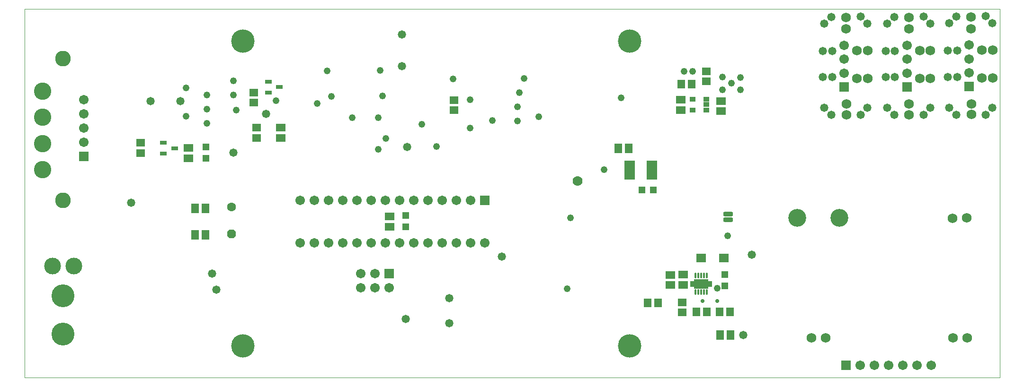
<source format=gbs>
%FSLAX25Y25*%
%MOIN*%
G70*
G01*
G75*
G04 Layer_Color=16711935*
G04:AMPARAMS|DCode=10|XSize=23.62mil|YSize=61.02mil|CornerRadius=5.91mil|HoleSize=0mil|Usage=FLASHONLY|Rotation=0.000|XOffset=0mil|YOffset=0mil|HoleType=Round|Shape=RoundedRectangle|*
%AMROUNDEDRECTD10*
21,1,0.02362,0.04921,0,0,0.0*
21,1,0.01181,0.06102,0,0,0.0*
1,1,0.01181,0.00591,-0.02461*
1,1,0.01181,-0.00591,-0.02461*
1,1,0.01181,-0.00591,0.02461*
1,1,0.01181,0.00591,0.02461*
%
%ADD10ROUNDEDRECTD10*%
%ADD11O,0.07480X0.02362*%
%ADD12O,0.01378X0.07087*%
G04:AMPARAMS|DCode=13|XSize=23.62mil|YSize=61.02mil|CornerRadius=5.91mil|HoleSize=0mil|Usage=FLASHONLY|Rotation=270.000|XOffset=0mil|YOffset=0mil|HoleType=Round|Shape=RoundedRectangle|*
%AMROUNDEDRECTD13*
21,1,0.02362,0.04921,0,0,270.0*
21,1,0.01181,0.06102,0,0,270.0*
1,1,0.01181,-0.02461,-0.00591*
1,1,0.01181,-0.02461,0.00591*
1,1,0.01181,0.02461,0.00591*
1,1,0.01181,0.02461,-0.00591*
%
%ADD13ROUNDEDRECTD13*%
%ADD14R,0.03937X0.05315*%
%ADD15R,0.04134X0.04331*%
%ADD16R,0.03150X0.01969*%
%ADD17R,0.01969X0.03150*%
%ADD18R,0.04724X0.05315*%
%ADD19R,0.05315X0.04724*%
%ADD20R,0.05709X0.04528*%
%ADD21R,0.04528X0.05709*%
%ADD22C,0.01969*%
%ADD23C,0.01500*%
%ADD24C,0.02000*%
%ADD25C,0.01300*%
%ADD26C,0.04000*%
%ADD27C,0.05000*%
%ADD28C,0.03000*%
%ADD29C,0.06500*%
%ADD30C,0.06000*%
%ADD31R,0.03500X0.07500*%
%ADD32R,0.04724X0.07087*%
%ADD33R,0.07500X0.03500*%
%ADD34R,0.05600X0.07700*%
%ADD35C,0.00100*%
%ADD36C,0.11417*%
%ADD37C,0.15354*%
%ADD38C,0.11024*%
%ADD39C,0.05906*%
%ADD40R,0.05906X0.05906*%
%ADD41C,0.06000*%
%ADD42R,0.05906X0.05906*%
%ADD43P,0.05966X8X112.5*%
%ADD44C,0.05512*%
%ADD45C,0.11811*%
%ADD46C,0.10236*%
%ADD47C,0.05000*%
%ADD48C,0.02284*%
%ADD49C,0.15700*%
%ADD50C,0.04000*%
%ADD51C,0.02000*%
%ADD52C,0.06200*%
%ADD53R,0.06693X0.12598*%
%ADD54R,0.09449X0.06496*%
%ADD55O,0.01102X0.03347*%
%ADD56R,0.03543X0.02559*%
%ADD57R,0.06102X0.05512*%
%ADD58R,0.04331X0.04134*%
%ADD59R,0.03937X0.02362*%
%ADD60C,0.04500*%
%ADD61C,0.01000*%
%ADD62C,0.02500*%
%ADD63C,0.07000*%
%ADD64C,0.03500*%
%ADD65C,0.05500*%
%ADD66R,0.07087X0.04724*%
%ADD67R,0.02756X0.01102*%
%ADD68C,0.01575*%
%ADD69C,0.02362*%
%ADD70C,0.03937*%
%ADD71C,0.00787*%
%ADD72C,0.00800*%
G04:AMPARAMS|DCode=73|XSize=31.62mil|YSize=69.02mil|CornerRadius=9.91mil|HoleSize=0mil|Usage=FLASHONLY|Rotation=0.000|XOffset=0mil|YOffset=0mil|HoleType=Round|Shape=RoundedRectangle|*
%AMROUNDEDRECTD73*
21,1,0.03162,0.04921,0,0,0.0*
21,1,0.01181,0.06902,0,0,0.0*
1,1,0.01981,0.00591,-0.02461*
1,1,0.01981,-0.00591,-0.02461*
1,1,0.01981,-0.00591,0.02461*
1,1,0.01981,0.00591,0.02461*
%
%ADD73ROUNDEDRECTD73*%
%ADD74O,0.08280X0.03162*%
%ADD75O,0.02178X0.07887*%
G04:AMPARAMS|DCode=76|XSize=31.62mil|YSize=69.02mil|CornerRadius=9.91mil|HoleSize=0mil|Usage=FLASHONLY|Rotation=270.000|XOffset=0mil|YOffset=0mil|HoleType=Round|Shape=RoundedRectangle|*
%AMROUNDEDRECTD76*
21,1,0.03162,0.04921,0,0,270.0*
21,1,0.01181,0.06902,0,0,270.0*
1,1,0.01981,-0.02461,-0.00591*
1,1,0.01981,-0.02461,0.00591*
1,1,0.01981,0.02461,0.00591*
1,1,0.01981,0.02461,-0.00591*
%
%ADD76ROUNDEDRECTD76*%
%ADD77R,0.04737X0.06115*%
%ADD78R,0.04934X0.05131*%
%ADD79R,0.03950X0.02769*%
%ADD80R,0.02769X0.03950*%
%ADD81R,0.05524X0.06115*%
%ADD82R,0.06115X0.05524*%
%ADD83R,0.06509X0.05328*%
%ADD84R,0.05328X0.06509*%
%ADD85C,0.12217*%
%ADD86C,0.16154*%
%ADD87C,0.11824*%
%ADD88C,0.06706*%
%ADD89R,0.06706X0.06706*%
%ADD90C,0.06800*%
%ADD91R,0.06706X0.06706*%
%ADD92P,0.06832X8X112.5*%
%ADD93C,0.06312*%
%ADD94C,0.12611*%
%ADD95C,0.11036*%
%ADD96C,0.05800*%
%ADD97C,0.03084*%
%ADD98C,0.16500*%
%ADD99C,0.04800*%
%ADD100C,0.02800*%
%ADD101C,0.07000*%
%ADD102R,0.07493X0.13398*%
%ADD103R,0.10000X0.07047*%
%ADD104O,0.01654X0.03898*%
%ADD105R,0.04343X0.03359*%
%ADD106R,0.06902X0.06312*%
%ADD107R,0.05131X0.04934*%
%ADD108R,0.04737X0.03162*%
%ADD109R,0.03556X0.01902*%
D35*
X260400Y-22500D02*
Y237500D01*
X-426250Y-22500D02*
X260400D01*
X-426250D02*
Y237500D01*
X260400D01*
D76*
X69100Y88800D02*
D03*
Y93000D02*
D03*
D78*
X-298500Y132376D02*
D03*
Y140250D02*
D03*
X-157851Y84031D02*
D03*
Y91905D02*
D03*
X66758Y42363D02*
D03*
Y50237D02*
D03*
D81*
X43468Y184632D02*
D03*
X36185D02*
D03*
X70600Y23800D02*
D03*
X63317D02*
D03*
X12617Y30400D02*
D03*
X19900D02*
D03*
X54300Y23800D02*
D03*
X47017D02*
D03*
D82*
X-262900Y146758D02*
D03*
Y154042D02*
D03*
X-123768Y166148D02*
D03*
Y173432D02*
D03*
X-264831Y171458D02*
D03*
Y178742D02*
D03*
X-344400Y143192D02*
D03*
Y135909D02*
D03*
X53800Y186480D02*
D03*
Y193763D02*
D03*
X36858Y30742D02*
D03*
Y23458D02*
D03*
D83*
X-245900Y154042D02*
D03*
Y146758D02*
D03*
X-310860Y139609D02*
D03*
Y132326D02*
D03*
X-169100Y83834D02*
D03*
Y91117D02*
D03*
X35785Y166400D02*
D03*
Y173684D02*
D03*
X64200Y165458D02*
D03*
Y172742D02*
D03*
X28458Y42816D02*
D03*
Y50100D02*
D03*
X37458Y50142D02*
D03*
Y42858D02*
D03*
D84*
X-298858Y78223D02*
D03*
X-306142D02*
D03*
X-758Y139413D02*
D03*
X-8042D02*
D03*
X-298858Y96860D02*
D03*
X-306142D02*
D03*
X70700Y7600D02*
D03*
X63416D02*
D03*
D85*
X-413500Y179700D02*
D03*
Y161200D02*
D03*
Y142700D02*
D03*
Y124200D02*
D03*
D86*
X-399000Y8200D02*
D03*
Y35200D02*
D03*
D87*
X-406500Y56200D02*
D03*
X-391500D02*
D03*
D88*
X150970Y212053D02*
D03*
Y202233D02*
D03*
Y192413D02*
D03*
X195170Y212053D02*
D03*
Y202233D02*
D03*
Y192413D02*
D03*
X238900Y212263D02*
D03*
Y202443D02*
D03*
Y192623D02*
D03*
X-169430Y41000D02*
D03*
X-179430Y51000D02*
D03*
Y41000D02*
D03*
X-189430Y51000D02*
D03*
Y41000D02*
D03*
X212200Y-13658D02*
D03*
X202200D02*
D03*
X192200D02*
D03*
X182200D02*
D03*
X162200D02*
D03*
X172200D02*
D03*
X-384400Y173600D02*
D03*
Y163600D02*
D03*
Y153600D02*
D03*
Y143600D02*
D03*
X-232132Y72476D02*
D03*
X-222131D02*
D03*
X-212132D02*
D03*
X-202132D02*
D03*
X-192131D02*
D03*
X-182132D02*
D03*
X-172132D02*
D03*
X-162132D02*
D03*
X-152131D02*
D03*
X-142131D02*
D03*
X-132132D02*
D03*
X-122132D02*
D03*
X-112132D02*
D03*
X-102131D02*
D03*
X-232132Y102476D02*
D03*
X-222131D02*
D03*
X-212132D02*
D03*
X-202132D02*
D03*
X-192131D02*
D03*
X-182132D02*
D03*
X-172132D02*
D03*
X-162132D02*
D03*
X-152131D02*
D03*
X-142131D02*
D03*
X-132132D02*
D03*
X-122132D02*
D03*
X-112132D02*
D03*
D89*
X150970Y182593D02*
D03*
X195170D02*
D03*
X238900Y182803D02*
D03*
X-384400Y133600D02*
D03*
X-102131Y102476D02*
D03*
D90*
X152470Y163000D02*
D03*
Y170500D02*
D03*
X159970Y188667D02*
D03*
X167470Y188603D02*
D03*
X152320Y223500D02*
D03*
Y231740D02*
D03*
X167470Y208437D02*
D03*
X159970D02*
D03*
X196670Y163000D02*
D03*
Y170500D02*
D03*
X204170Y188667D02*
D03*
X211670Y188603D02*
D03*
X196520Y223500D02*
D03*
Y231740D02*
D03*
X211670Y208437D02*
D03*
X204170D02*
D03*
X240400Y163210D02*
D03*
Y170710D02*
D03*
X247900Y188877D02*
D03*
X255400Y188814D02*
D03*
X240250Y223710D02*
D03*
Y231950D02*
D03*
X255400Y208647D02*
D03*
X247900D02*
D03*
X227150Y90092D02*
D03*
X237150Y90292D02*
D03*
X227450Y5492D02*
D03*
X237450Y5692D02*
D03*
X127950Y5492D02*
D03*
X137950Y5692D02*
D03*
D91*
X-169430Y51000D02*
D03*
X152200Y-13658D02*
D03*
D92*
X-280600Y78816D02*
D03*
D93*
Y98029D02*
D03*
D94*
X117750Y90292D02*
D03*
X147650Y90192D02*
D03*
D95*
X-399000Y102700D02*
D03*
Y202700D02*
D03*
D96*
X135970Y208000D02*
D03*
Y189500D02*
D03*
X142470Y208000D02*
D03*
Y189500D02*
D03*
X136970Y227370D02*
D03*
X141970Y232000D02*
D03*
X167230Y227370D02*
D03*
X162600Y232370D02*
D03*
Y162870D02*
D03*
X167230Y167870D02*
D03*
X136970D02*
D03*
X141970Y162870D02*
D03*
X180170Y208000D02*
D03*
Y189500D02*
D03*
X186670Y208000D02*
D03*
Y189500D02*
D03*
X181170Y227370D02*
D03*
X186170Y232000D02*
D03*
X211430Y227370D02*
D03*
X206800Y232370D02*
D03*
Y162870D02*
D03*
X211430Y167870D02*
D03*
X181170D02*
D03*
X186170Y162870D02*
D03*
X223900Y208210D02*
D03*
Y189710D02*
D03*
X230400Y208210D02*
D03*
Y189710D02*
D03*
X224900Y227580D02*
D03*
X229900Y232210D02*
D03*
X255160Y227580D02*
D03*
X250530Y232580D02*
D03*
Y163080D02*
D03*
X255160Y168080D02*
D03*
X224900D02*
D03*
X229900Y163080D02*
D03*
X-291068Y39568D02*
D03*
X80000Y7600D02*
D03*
X85800Y64200D02*
D03*
X-157900Y18900D02*
D03*
X-127000Y16028D02*
D03*
Y33663D02*
D03*
X-351200Y100900D02*
D03*
X-156900Y140250D02*
D03*
X-160400Y197394D02*
D03*
Y219600D02*
D03*
X-256000Y163636D02*
D03*
X-337400Y172521D02*
D03*
X-316400D02*
D03*
X-279086Y136263D02*
D03*
X-294300Y51000D02*
D03*
X-90200Y63100D02*
D03*
D97*
X47305Y45668D02*
D03*
X50258Y43700D02*
D03*
X47305Y41731D02*
D03*
X53211Y45668D02*
D03*
Y41731D02*
D03*
D98*
X0Y0D02*
D03*
Y215000D02*
D03*
X-272500D02*
D03*
Y0D02*
D03*
D99*
X-279239Y176900D02*
D03*
X-112461Y153690D02*
D03*
X-79276Y168690D02*
D03*
X-6300Y175080D02*
D03*
X-297743Y176900D02*
D03*
X-312424Y161900D02*
D03*
X44151Y193763D02*
D03*
X-136000Y140489D02*
D03*
X-79276Y158690D02*
D03*
X-74400Y188600D02*
D03*
X-297743Y156900D02*
D03*
X38049Y193763D02*
D03*
X-112461Y173690D02*
D03*
X-124400Y188278D02*
D03*
X-96700Y158900D02*
D03*
X-312424Y181900D02*
D03*
X-146500Y156200D02*
D03*
X-220300Y170868D02*
D03*
X-277100Y166345D02*
D03*
X-171700Y146200D02*
D03*
X-174193Y176300D02*
D03*
X-64100Y161600D02*
D03*
X78019Y180600D02*
D03*
X65200D02*
D03*
Y189600D02*
D03*
X78019Y189400D02*
D03*
X68927Y77700D02*
D03*
X61600Y40747D02*
D03*
X71600Y185300D02*
D03*
X-44280Y40321D02*
D03*
X-41710Y90190D02*
D03*
X-177208Y138600D02*
D03*
X-195580Y160800D02*
D03*
X-177076D02*
D03*
X-213100Y194016D02*
D03*
X-249200Y173000D02*
D03*
X-297743Y166900D02*
D03*
X-279239Y186900D02*
D03*
X-210261Y175800D02*
D03*
X-175900Y194200D02*
D03*
X-77690Y178690D02*
D03*
X-18300Y124351D02*
D03*
D100*
X61541Y31486D02*
D03*
X51136D02*
D03*
D101*
X-36689Y116417D02*
D03*
D102*
X15674Y124100D02*
D03*
X-74D02*
D03*
D103*
X50258Y43700D02*
D03*
D104*
X46321Y49507D02*
D03*
X48290D02*
D03*
X50258D02*
D03*
X52227D02*
D03*
X54195D02*
D03*
Y37893D02*
D03*
X52227D02*
D03*
X50258D02*
D03*
X48290D02*
D03*
X46321D02*
D03*
D105*
X44275Y173872D02*
D03*
Y166392D02*
D03*
X53724D02*
D03*
Y170132D02*
D03*
Y173872D02*
D03*
D106*
X50286Y62000D02*
D03*
X66231D02*
D03*
D107*
X8563Y109900D02*
D03*
X16437D02*
D03*
D108*
X-328437Y135672D02*
D03*
Y143153D02*
D03*
X-320563Y139413D02*
D03*
X-254569Y178760D02*
D03*
Y186240D02*
D03*
X-246694Y182500D02*
D03*
D109*
X44156Y44684D02*
D03*
X44156Y42716D02*
D03*
X56360Y42716D02*
D03*
X56360Y44684D02*
D03*
M02*

</source>
